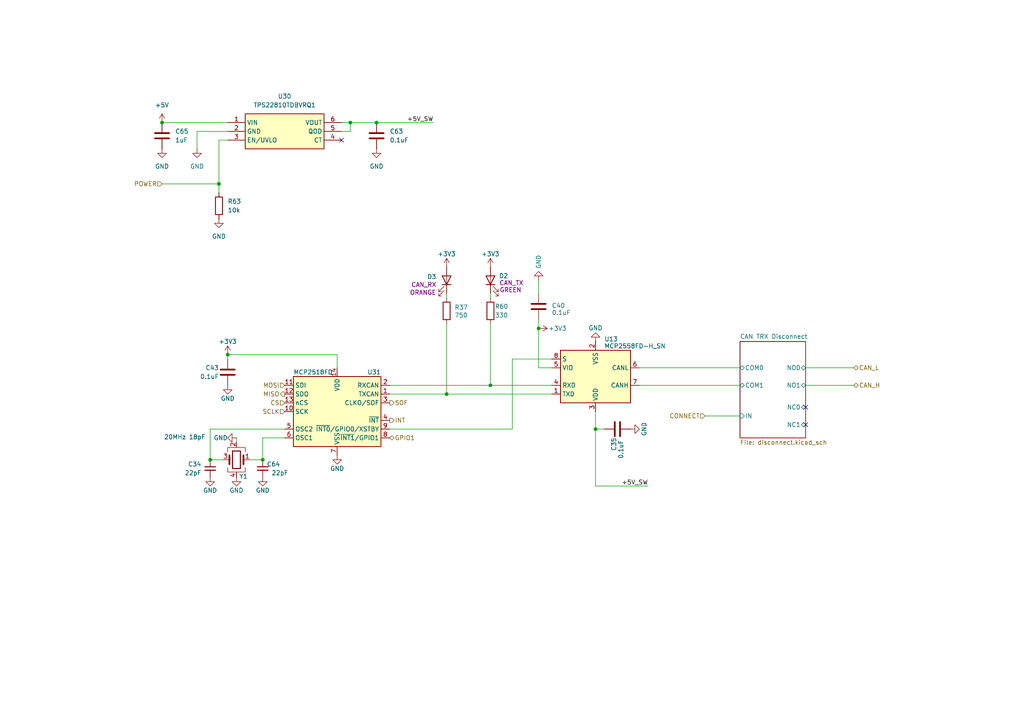
<source format=kicad_sch>
(kicad_sch (version 20250114) (generator "eeschema") (generator_version "9.0")
  (paper "A4")
  (title_block (title "Maritime Hacking Village") (date "2025") (rev "1") (company "DC33"))
  (lib_symbols
    (symbol "Library:C" (pin_numbers (hide yes)) (pin_names (offset 0.254))
      (property "Reference" "C" (at 0.635 2.54 0))
      (property "Value" "C" (at 0.635 -2.54 0))
      (symbol "C_0_1"
        (polyline (pts (xy -2.032 0.762) (xy 2.032 0.762)) (stroke (width 0.508)))
        (polyline (pts (xy -2.032 -0.762) (xy 2.032 -0.762)) (stroke (width 0.508)))
      )
      (symbol "C_1_1"
        (pin passive line (at 0 3.81 270) (length 2.794) (name "~") (number "1"))
        (pin passive line (at 0 -3.81 90) (length 2.794) (name "~") (number "2"))
      )
    )
    (symbol "Library:C_Small" (pin_numbers (hide yes)) (pin_names (offset 0.254) (hide yes))
      (property "Reference" "C" (at 0.254 1.778 0))
      (property "Value" "C_Small" (at 0.254 -2.032 0))
      (symbol "C_Small_0_1"
        (polyline (pts (xy -1.524 0.508) (xy 1.524 0.508)) (stroke (width 0.3048)))
        (polyline (pts (xy -1.524 -0.508) (xy 1.524 -0.508)) (stroke (width 0.3302)))
      )
      (symbol "C_Small_1_1"
        (pin passive line (at 0 2.54 270) (length 2.032) (name "~") (number "1"))
        (pin passive line (at 0 -2.54 90) (length 2.032) (name "~") (number "2"))
      )
    )
    (symbol "Library:Crystal_GND24" (pin_names (offset 1.016) (hide yes))
      (property "Reference" "Y" (at 3.175 5.08 0))
      (property "Value" "Crystal_GND24" (at 3.175 3.175 0))
      (symbol "Crystal_GND24_0_1"
        (polyline (pts (xy -2.54 2.286) (xy -2.54 3.556) (xy 2.54 3.556) (xy 2.54 2.286)))
        (polyline (pts (xy -2.54 0) (xy -2.032 0)))
        (polyline (pts (xy -2.54 -2.286) (xy -2.54 -3.556) (xy 2.54 -3.556) (xy 2.54 -2.286)))
        (polyline (pts (xy -2.032 -1.27) (xy -2.032 1.27)) (stroke (width 0.508)))
        (rectangle (start -1.143 2.54) (end 1.143 -2.54) (stroke (width 0.3048)))
        (polyline (pts (xy 0 3.556) (xy 0 3.81)))
        (polyline (pts (xy 0 -3.81) (xy 0 -3.556)))
        (polyline (pts (xy 2.032 0) (xy 2.54 0)))
        (polyline (pts (xy 2.032 -1.27) (xy 2.032 1.27)) (stroke (width 0.508)))
      )
      (symbol "Crystal_GND24_1_1"
        (pin passive line (at -3.81 0 0) (length 1.27) (name "1") (number "1"))
        (pin passive line (at 0 5.08 270) (length 1.27) (name "2") (number "2"))
        (pin passive line (at 0 -5.08 90) (length 1.27) (name "4") (number "4"))
        (pin passive line (at 3.81 0 180) (length 1.27) (name "3") (number "3"))
      )
    )
    (symbol "Library:LED" (pin_numbers (hide yes)) (pin_names (offset 1.016) (hide yes))
      (property "Reference" "D" (at 0 2.54 0))
      (property "Value" "LED" (at 0 -2.54 0))
      (symbol "LED_0_1"
        (polyline (pts (xy -3.048 -0.762) (xy -4.572 -2.286) (xy -3.81 -2.286) (xy -4.572 -2.286) (xy -4.572 -1.524)))
        (polyline (pts (xy -1.778 -0.762) (xy -3.302 -2.286) (xy -2.54 -2.286) (xy -3.302 -2.286) (xy -3.302 -1.524)))
        (polyline (pts (xy -1.27 0) (xy 1.27 0)))
        (polyline (pts (xy -1.27 -1.27) (xy -1.27 1.27)) (stroke (width 0.254)))
        (polyline (pts (xy 1.27 -1.27) (xy 1.27 1.27) (xy -1.27 0) (xy 1.27 -1.27)) (stroke (width 0.254)))
      )
      (symbol "LED_1_1"
        (pin passive line (at -3.81 0 0) (length 2.54) (name "K") (number "1"))
        (pin passive line (at 3.81 0 180) (length 2.54) (name "A") (number "2"))
      )
    )
    (symbol "Library:MCP2517FD-xJHA"
      (property "Reference" "U8" (at 12.7 11.43 0))
      (property "Value" "MCP2518FD" (at -1.27 11.43 0))
      (symbol "MCP2517FD-xJHA_0_1"
        (rectangle (start -12.7 10.16) (end 12.7 -10.16) (stroke (width 0.254)) (fill (type background)))
      )
      (symbol "MCP2517FD-xJHA_1_1"
        (pin input line (at -15.24 7.62 0) (length 2.54) (name "SDI") (number "11"))
        (pin output line (at -15.24 5.08 0) (length 2.54) (name "SDO") (number "12"))
        (pin input line (at -15.24 2.54 0) (length 2.54) (name "nCS") (number "13"))
        (pin input line (at -15.24 0 0) (length 2.54) (name "SCK") (number "10"))
        (pin output line (at -15.24 -5.08 0) (length 2.54) (name "OSC2") (number "5"))
        (pin input line (at -15.24 -7.62 0) (length 2.54) (name "OSC1") (number "6"))
        (pin power_in line (at 0 12.7 270) (length 2.54) (name "VDD") (number "14"))
        (pin power_in line (at 0 -12.7 90) (length 2.54) (name "VSS") (number "7"))
        (pin input line (at 15.24 7.62 180) (length 2.54) (name "RXCAN") (number "2"))
        (pin output line (at 15.24 5.08 180) (length 2.54) (name "TXCAN") (number "1"))
        (pin output line (at 15.24 2.54 180) (length 2.54) (name "CLKO/SOF") (number "3"))
        (pin output line (at 15.24 -2.54 180) (length 2.54) (name "~{INT}") (number "4"))
        (pin bidirectional line (at 15.24 -5.08 180) (length 2.54) (name "~{INT0}/GPIO0/XSTBY") (number "9"))
        (pin bidirectional line (at 15.24 -7.62 180) (length 2.54) (name "~{INT1}/GPIO1") (number "8"))
      )
    )
    (symbol "Library:MCP2558FD-H_SN"
      (symbol "MCP2558FD-H_SN_0_1"
        (rectangle (start 2.54 2.54) (end 22.86 -12.7) (stroke (width 0.254)) (fill (type background)))
      )
      (symbol "MCP2558FD-H_SN_1_1"
        (pin input line (at 0 0 0) (length 2.54) (name "TXD") (number "1"))
        (pin output line (at 0 -2.54 0) (length 2.54) (name "RXD") (number "4"))
        (pin power_in line (at 0 -7.62 0) (length 2.54) (name "VIO") (number "5"))
        (pin input line (at 0 -10.16 0) (length 2.54) (name "S") (number "8"))
        (pin power_in line (at 12.7 5.08 270) (length 2.54) (name "VDD") (number "3"))
        (pin power_in line (at 12.7 -15.24 90) (length 2.54) (name "VSS") (number "2"))
        (pin bidirectional line (at 25.4 -2.54 180) (length 2.54) (name "CANH") (number "7"))
        (pin bidirectional line (at 25.4 -7.62 180) (length 2.54) (name "CANL") (number "6"))
      )
    )
    (symbol "Library:R" (pin_numbers (hide yes)) (pin_names (offset 0))
      (property "Reference" "R" (at 2.032 0 90))
      (property "Value" "R" (at 0 0 90))
      (symbol "R_0_1"
        (rectangle (start -1.016 -2.54) (end 1.016 2.54) (stroke (width 0.254)))
      )
      (symbol "R_1_1"
        (pin passive line (at 0 3.81 270) (length 1.27) (name "~") (number "1"))
        (pin passive line (at 0 -3.81 90) (length 1.27) (name "~") (number "2"))
      )
    )
    (symbol "Library:TPS22810TDBVRQ1"
      (property "Reference" "U" (at 29.21 7.62 0))
      (property "Value" "TPS22810TDBVRQ1" (at 29.21 5.08 0))
      (symbol "TPS22810TDBVRQ1_1_1"
        (rectangle (start 5.08 2.54) (end 27.94 -7.62) (stroke (width 0.254)) (fill (type background)))
        (pin power_in line (at 0 0 0) (length 5.08) (name "VIN") (number "1"))
        (pin passive line (at 0 -2.54 0) (length 5.08) (name "GND") (number "2"))
        (pin passive line (at 0 -5.08 0) (length 5.08) (name "EN/UVLO") (number "3"))
        (pin power_out line (at 33.02 0 180) (length 5.08) (name "VOUT") (number "6"))
        (pin passive line (at 33.02 -2.54 180) (length 5.08) (name "QOD") (number "5"))
        (pin passive line (at 33.02 -5.08 180) (length 5.08) (name "CT") (number "4"))
      )
    )
    (symbol "power:+3V3" (power) (pin_numbers (hide yes)) (pin_names (offset 0) (hide yes))
      (property "Value" "+3V3" (at 0 3.556 0))
      (symbol "+3V3_0_1"
        (polyline (pts (xy -0.762 1.27) (xy 0 2.54)))
        (polyline (pts (xy 0 2.54) (xy 0.762 1.27)))
        (polyline (pts (xy 0 0) (xy 0 2.54)))
      )
      (symbol "+3V3_1_1"
        (pin power_in line (at 0 0 90) (length 0) (name "~") (number "1"))
      )
    )
    (symbol "power:+5V" (power) (pin_numbers (hide yes)) (pin_names (offset 0) (hide yes))
      (property "Value" "+5V" (at 0 3.556 0))
      (symbol "+5V_0_1"
        (polyline (pts (xy -0.762 1.27) (xy 0 2.54)))
        (polyline (pts (xy 0 2.54) (xy 0.762 1.27)))
        (polyline (pts (xy 0 0) (xy 0 2.54)))
      )
      (symbol "+5V_1_1"
        (pin power_in line (at 0 0 90) (length 0) (name "~") (number "1"))
      )
    )
    (symbol "power:GND" (power) (pin_numbers (hide yes)) (pin_names (offset 0) (hide yes))
      (property "Value" "GND" (at 0 -3.81 0))
      (symbol "GND_0_1"
        (polyline (pts (xy 0 0) (xy 0 -1.27) (xy 1.27 -1.27) (xy 0 -2.54) (xy -1.27 -1.27) (xy 0 -1.27)))
      )
      (symbol "GND_1_1"
        (pin power_in line (at 0 0 270) (length 0) (name "~") (number "1"))
      )
    )
  )
  (junction (at 63.5 53.34))
  (junction (at 76.2 133.35))
  (junction (at 66.04 102.87))
  (junction (at 101.6 35.56))
  (junction (at 109.22 35.56))
  (junction (at 60.96 133.35))
  (junction (at 172.72 124.46))
  (junction (at 46.99 35.56))
  (junction (at 156.21 95.25))
  (junction (at 129.54 114.3))
  (junction (at 142.24 111.76))
  (no_connect (at 233.68 118.11))
  (no_connect (at 233.68 123.19))
  (no_connect (at 99.06 40.64))
  (wire (pts (xy 76.2 127) (xy 82.55 127)))
  (wire (pts (xy 76.2 127) (xy 76.2 133.35)))
  (wire (pts (xy 46.99 53.34) (xy 63.5 53.34)))
  (wire (pts (xy 156.21 92.71) (xy 156.21 95.25)))
  (wire (pts (xy 185.42 106.68) (xy 214.63 106.68)))
  (wire (pts (xy 129.54 93.98) (xy 129.54 114.3)))
  (wire (pts (xy 46.99 35.56) (xy 66.04 35.56)))
  (wire (pts (xy 63.5 40.64) (xy 63.5 53.34)))
  (wire (pts (xy 57.15 38.1) (xy 57.15 43.18)))
  (wire (pts (xy 142.24 93.98) (xy 142.24 111.76)))
  (wire (pts (xy 64.77 133.35) (xy 60.96 133.35)))
  (wire (pts (xy 156.21 95.25) (xy 156.21 106.68)))
  (wire (pts (xy 99.06 38.1) (xy 101.6 38.1)))
  (wire (pts (xy 204.47 120.65) (xy 214.63 120.65)))
  (wire (pts (xy 156.21 81.28) (xy 156.21 85.09)))
  (wire (pts (xy 66.04 104.14) (xy 66.04 102.87)))
  (wire (pts (xy 97.79 102.87) (xy 97.79 106.68)))
  (wire (pts (xy 60.96 124.46) (xy 60.96 133.35)))
  (wire (pts (xy 82.55 124.46) (xy 60.96 124.46)))
  (wire (pts (xy 172.72 124.46) (xy 172.72 119.38)))
  (wire (pts (xy 185.42 111.76) (xy 214.63 111.76)))
  (wire (pts (xy 101.6 38.1) (xy 101.6 35.56)))
  (wire (pts (xy 63.5 40.64) (xy 66.04 40.64)))
  (wire (pts (xy 66.04 38.1) (xy 57.15 38.1)))
  (wire (pts (xy 101.6 35.56) (xy 109.22 35.56)))
  (wire (pts (xy 233.68 106.68) (xy 247.65 106.68)))
  (wire (pts (xy 233.68 111.76) (xy 247.65 111.76)))
  (wire (pts (xy 148.59 104.14) (xy 160.02 104.14)))
  (wire (pts (xy 129.54 114.3) (xy 160.02 114.3)))
  (wire (pts (xy 68.58 127) (xy 68.58 128.27)))
  (wire (pts (xy 172.72 140.97) (xy 187.96 140.97)))
  (wire (pts (xy 113.03 111.76) (xy 142.24 111.76)))
  (wire (pts (xy 156.21 106.68) (xy 160.02 106.68)))
  (wire (pts (xy 66.04 102.87) (xy 97.79 102.87)))
  (wire (pts (xy 63.5 53.34) (xy 63.5 55.88)))
  (wire (pts (xy 175.26 124.46) (xy 172.72 124.46)))
  (wire (pts (xy 113.03 114.3) (xy 129.54 114.3)))
  (wire (pts (xy 172.72 124.46) (xy 172.72 140.97)))
  (wire (pts (xy 129.54 85.09) (xy 129.54 86.36)))
  (wire (pts (xy 142.24 111.76) (xy 160.02 111.76)))
  (wire (pts (xy 148.59 104.14) (xy 148.59 124.46)))
  (wire (pts (xy 142.24 85.09) (xy 142.24 86.36)))
  (wire (pts (xy 76.2 133.35) (xy 72.39 133.35)))
  (wire (pts (xy 109.22 35.56) (xy 125.73 35.56)))
  (wire (pts (xy 99.06 35.56) (xy 101.6 35.56)))
  (wire (pts (xy 148.59 124.46) (xy 113.03 124.46)))
  (label "+5V_SW" (at 125.73 35.56 180))
  (label "+5V_SW" (at 187.96 140.97 180))
  (hierarchical_label "GPIO1" (shape tri_state) (at 113.03 127 0))
  (hierarchical_label "POWER" (shape input) (at 46.99 53.34 180))
  (hierarchical_label "INT" (shape output) (at 113.03 121.92 0))
  (hierarchical_label "CAN_L" (shape bidirectional) (at 247.65 106.68 0))
  (hierarchical_label "SCLK" (shape input) (at 82.55 119.38 180))
  (hierarchical_label "MISO" (shape output) (at 82.55 114.3 180))
  (hierarchical_label "MOSI" (shape input) (at 82.55 111.76 180))
  (hierarchical_label "SOF" (shape output) (at 113.03 116.84 0))
  (hierarchical_label "CAN_H" (shape bidirectional) (at 247.65 111.76 0))
  (hierarchical_label "CONNECT" (shape input) (at 204.47 120.65 180))
  (hierarchical_label "CS" (shape input) (at 82.55 116.84 180))
  (symbol (lib_id "Library:C") (at 156.21 88.9 0) (mirror y) (unit 1)
    (property "Reference" "C40" (at 160.02 88.646 0) (effects (justify right)))
    (property "Value" "0.1uF" (at 160.02 90.678 0) (effects (justify right)))
    (property "Footprint" "Capacitor_SMD:C_0603_1608Metric" (effects (hide yes)))
    (property "Datasheet" "https://datasheets.kyocera-avx.com/KGM_X7R.pdf" (effects (hide yes)))
    (property "Description" "CAP CER 0.1UF 25V X7R 0603" (effects (hide yes)))
    (property "Manufacturer" "KYOCERA AVX" (effects (hide yes)))
    (property "Package" "0603" (effects (hide yes)))
    (property "Manufacturer Part Number" "KGM15BR71E104KT" (effects (hide yes)))
  )
  (symbol (lib_id "power:GND") (at 60.96 138.43 0) (mirror y) (unit 1)
    (property "Reference" "#PWR093" (effects (hide yes)))
    (property "Value" "GND" (at 60.96 142.24 0))
  )
  (symbol (lib_id "Library:R") (at 142.24 90.17 0) (unit 1)
    (property "Reference" "R60" (at 143.51 88.9 0) (effects (justify left)))
    (property "Value" "330" (at 143.51 91.44 0) (effects (justify left)))
    (property "Footprint" "Resistor_SMD:R_0603_1608Metric" (effects (hide yes)))
    (property "Datasheet" "https://industrial.panasonic.com/cdbs/www-data/pdf/RDA0000/AOA0000C304.pdf" (effects (hide yes)))
    (property "Description" "RES SMD 330 OHM 1% 1/10W 0603" (effects (hide yes)))
    (property "Manufacturer" "Panasonic Electronic Components" (effects (hide yes)))
    (property "Tolerance" "1%" (effects (hide yes)))
    (property "Manufacturer Part Number" "ERJ-3EKF3300V" (effects (hide yes)))
  )
  (symbol (lib_id "Library:C") (at 66.04 107.95 0) (mirror y) (unit 1)
    (property "Reference" "C43" (at 63.5 106.68 0) (effects (justify left)))
    (property "Value" "0.1uF" (at 63.5 109.22 0) (effects (justify left)))
    (property "Footprint" "Capacitor_SMD:C_0603_1608Metric" (effects (hide yes)))
    (property "Datasheet" "https://datasheets.kyocera-avx.com/KGM_X7R.pdf" (effects (hide yes)))
    (property "Description" "CAP CER 0.1UF 25V X7R 0603" (effects (hide yes)))
    (property "Manufacturer" "KYOCERA AVX" (effects (hide yes)))
    (property "Package" "0603" (effects (hide yes)))
    (property "Manufacturer Part Number" "KGM15BR71E104KT" (effects (hide yes)))
  )
  (symbol (lib_id "Library:C") (at 109.22 39.37 0) (unit 1)
    (property "Reference" "C63" (at 113.03 38.0999 0) (effects (justify left)))
    (property "Value" "0.1uF" (at 113.03 40.6399 0) (effects (justify left)))
    (property "Footprint" "Capacitor_SMD:C_0603_1608Metric" (effects (hide yes)))
    (property "Datasheet" "https://datasheets.kyocera-avx.com/KGM_X7R.pdf" (effects (hide yes)))
    (property "Description" "CAP CER 0.1UF 25V X7R 0603" (effects (hide yes)))
    (property "Manufacturer" "KYOCERA AVX" (effects (hide yes)))
    (property "Package" "0603" (effects (hide yes)))
    (property "Manufacturer Part Number" "KGM15BR71E104KT" (effects (hide yes)))
  )
  (symbol (lib_id "power:+3V3") (at 129.54 77.47 0) (unit 1)
    (property "Reference" "#PWR0100" (effects (hide yes)))
    (property "Value" "+3V3" (at 129.54 73.66 0))
  )
  (symbol (lib_id "Library:MCP2517FD-xJHA") (at 97.79 119.38 0) (unit 1)
    (property "Reference" "U31" (at 110.49 107.95 0) (effects (justify right)))
    (property "Value" "MCP2518FD" (at 96.52 107.95 0) (effects (justify right)))
    (property "Footprint" "Package_SO:SOIC-14_3.9x8.7mm_P1.27mm" (effects (hide yes)))
    (property "Datasheet" "https://ww1.microchip.com/downloads/en/DeviceDoc/External-CAN-FD-Controller-with-SPI-Interface-DS20006027B.pdf" (effects (hide yes)))
    (property "Description" "IC CAN CONTROLLER SPI 14SOIC" (effects (hide yes)))
    (property "Manufacturer" "Microchip Technology" (effects (hide yes)))
    (property "Manufacturer Part Number" "MCP2518FDT-E/SL" (effects (hide yes)))
  )
  (symbol (lib_id "power:GND") (at 63.5 63.5 0) (unit 1)
    (property "Reference" "#PWR0217" (effects (hide yes)))
    (property "Value" "GND" (at 63.5 68.58 0))
    (property "Description" "Power symbol creates a global label with name \"GND\" , ground" (effects (hide yes)))
  )
  (symbol (lib_id "Library:Crystal_GND24") (at 68.58 133.35 0) (mirror y) (unit 1)
    (property "Reference" "Y1" (at 70.612 138.176 0))
    (property "Value" "20MHz 18pF" (at 53.594 126.746 0))
    (property "Footprint" "Crystal:Crystal_SMD_3225-4Pin_3.2x2.5mm" (effects (hide yes)))
    (property "Datasheet" "https://eu.mouser.com/datasheet/2/122/ecx_32-6206.pdf" (effects (hide yes)))
    (property "Description" "CRYSTAL 20.0000MHZ 18PF SMD" (effects (hide yes)))
    (property "Manufacturer" "ECS Inc." (effects (hide yes)))
    (property "Manufacturer Part Number" "ECS-200-18-33-JGN-TR " (effects (hide yes)))
  )
  (symbol (lib_id "Library:LED") (at 129.54 81.28 270) (mirror x) (unit 1)
    (property "Reference" "D3" (at 125.222 80.264 90))
    (property "Value" "1.8V/2MA ORANGE" (effects (hide yes)))
    (property "Footprint" "LED_SMD:LED_0603_1608Metric" (effects (hide yes)))
    (property "Datasheet" "https://www.kingbrightusa.com/images/catalog/SPEC/APT1608LSECK-J4-PRV.pdf" (effects (hide yes)))
    (property "Description" "LED ORANGE CLEAR 2SMD" (effects (hide yes)))
    (property "Label" "CAN_RX" (at 122.936 82.55 90))
    (property "Package" "0603" (effects (hide yes)))
    (property "Manufacturer" "Kingbright" (effects (hide yes)))
    (property "Manufacturer Part Number" "APT1608LSECK/J4-PRV" (effects (hide yes)))
    (property "Color" "ORANGE" (at 122.682 84.836 90))
  )
  (symbol (lib_id "Library:C_Small") (at 76.2 135.89 0) (mirror y) (unit 1)
    (property "Reference" "C64" (at 81.28 134.62 0) (effects (justify left)))
    (property "Value" "22pF" (at 78.74 137.16 0) (effects (justify right)))
    (property "Footprint" "Capacitor_SMD:C_0603_1608Metric" (effects (hide yes)))
    (property "Datasheet" "https://www.yageo.com/en/Chart/Download/pdf/CC0603JPNPO9BN220" (effects (hide yes)))
    (property "Description" "CAP CER 22PF 50V C0G/NPO 0603" (effects (hide yes)))
    (property "Manufacturer" "Yageo" (effects (hide yes)))
    (property "Package" "0603" (effects (hide yes)))
    (property "Manufacturer Part Number" "CC0603JPNPO9BN220" (effects (hide yes)))
  )
  (symbol (lib_id "power:GND") (at 66.04 111.76 0) (mirror y) (unit 1)
    (property "Reference" "#PWR095" (effects (hide yes)))
    (property "Value" "GND" (at 66.04 115.57 0))
  )
  (symbol (lib_id "power:+3V3") (at 66.04 102.87 0) (mirror y) (unit 1)
    (property "Reference" "#PWR094" (effects (hide yes)))
    (property "Value" "+3V3" (at 66.04 99.06 0))
  )
  (symbol (lib_id "power:GND") (at 182.88 124.46 90) (unit 1)
    (property "Reference" "#PWR0106" (effects (hide yes)))
    (property "Value" "GND" (at 186.817 124.46 0))
  )
  (symbol (lib_id "Library:R") (at 129.54 90.17 0) (unit 1)
    (property "Reference" "R37" (at 131.826 89.154 0) (effects (justify left)))
    (property "Value" "750" (at 131.826 91.44 0) (effects (justify left)))
    (property "Footprint" "Resistor_SMD:R_0603_1608Metric" (effects (hide yes)))
    (property "Datasheet" "https://industrial.panasonic.com/cdbs/www-data/pdf/RDA0000/AOA0000C304.pdf" (effects (hide yes)))
    (property "Description" "RES SMD 750 OHM 1% 1/10W 0603" (effects (hide yes)))
    (property "Manufacturer" "Panasonic Electronic Components" (effects (hide yes)))
    (property "Tolerance" "1%" (effects (hide yes)))
    (property "Manufacturer Part Number" "ERJ-3EKF7500V" (effects (hide yes)))
  )
  (symbol (lib_id "power:GND") (at 172.72 99.06 0) (mirror x) (unit 1)
    (property "Reference" "#PWR0104" (effects (hide yes)))
    (property "Value" "GND" (at 172.72 95.123 0))
  )
  (symbol (lib_id "Library:C_Small") (at 60.96 135.89 0) (mirror y) (unit 1)
    (property "Reference" "C34" (at 58.42 134.6262 0) (effects (justify left)))
    (property "Value" "22pF" (at 58.42 137.1662 0) (effects (justify left)))
    (property "Footprint" "Capacitor_SMD:C_0603_1608Metric" (effects (hide yes)))
    (property "Datasheet" "https://www.yageo.com/en/Chart/Download/pdf/CC0603JPNPO9BN220" (effects (hide yes)))
    (property "Description" "CAP CER 22PF 50V C0G/NPO 0603" (effects (hide yes)))
    (property "Manufacturer" "Yageo" (effects (hide yes)))
    (property "Package" "0603" (effects (hide yes)))
    (property "Manufacturer Part Number" "CC0603JPNPO9BN220" (effects (hide yes)))
  )
  (symbol (lib_id "power:GND") (at 97.79 132.08 0) (mirror y) (unit 1)
    (property "Reference" "#PWR099" (effects (hide yes)))
    (property "Value" "GND" (at 97.79 135.89 0))
  )
  (symbol (lib_id "power:+5V") (at 46.99 35.56 0) (unit 1)
    (property "Reference" "#PWR0205" (effects (hide yes)))
    (property "Value" "+5V" (at 46.99 30.48 0))
    (property "Description" "Power symbol creates a global label with name \"+5V\"" (effects (hide yes)))
  )
  (symbol (lib_id "Library:C") (at 179.07 124.46 90) (unit 1)
    (property "Reference" "C35" (at 178.054 130.81 0) (effects (justify left)))
    (property "Value" "0.1uF" (at 180.086 133.096 0) (effects (justify left)))
    (property "Footprint" "Capacitor_SMD:C_0603_1608Metric" (effects (hide yes)))
    (property "Datasheet" "https://datasheets.kyocera-avx.com/KGM_X7R.pdf" (effects (hide yes)))
    (property "Description" "CAP CER 0.1UF 25V X7R 0603" (effects (hide yes)))
    (property "Manufacturer" "KYOCERA AVX" (effects (hide yes)))
    (property "Package" "0603" (effects (hide yes)))
    (property "Manufacturer Part Number" "KGM15BR71E104KT" (effects (hide yes)))
  )
  (symbol (lib_id "Library:C") (at 46.99 39.37 0) (unit 1)
    (property "Reference" "C65" (at 50.8 38.0999 0) (effects (justify left)))
    (property "Value" "1uF" (at 50.8 40.6399 0) (effects (justify left)))
    (property "Footprint" "Capacitor_SMD:C_0603_1608Metric" (effects (hide yes)))
    (property "Datasheet" "https://www.yageo.com/upload/media/product/productsearch/datasheet/mlcc/UPY-GPHC_X7R_6.3V-to-250V_24.pdf" (effects (hide yes)))
    (property "Description" "CAP CER 1UF 50V X7R 0603" (effects (hide yes)))
    (property "Manufacturer" "Yageo" (effects (hide yes)))
    (property "Package" "0603" (effects (hide yes)))
    (property "Manufacturer Part Number" "CC0603KRX7R9BB105" (effects (hide yes)))
  )
  (symbol (lib_id "power:+3V3") (at 142.24 77.47 0) (unit 1)
    (property "Reference" "#PWR0101" (effects (hide yes)))
    (property "Value" "+3V3" (at 142.24 73.66 0))
  )
  (symbol (lib_id "power:+3V3") (at 156.21 95.25 270) (mirror x) (unit 1)
    (property "Reference" "#PWR0103" (effects (hide yes)))
    (property "Value" "+3V3" (at 164.338 95.25 90) (effects (justify right)))
  )
  (symbol (lib_id "power:GND") (at 156.21 81.28 0) (mirror x) (unit 1)
    (property "Reference" "#PWR0102" (effects (hide yes)))
    (property "Value" "GND" (at 156.21 75.946 90))
  )
  (symbol (lib_id "power:GND") (at 109.22 43.18 0) (unit 1)
    (property "Reference" "#PWR0140" (effects (hide yes)))
    (property "Value" "GND" (at 109.22 48.26 0))
    (property "Description" "Power symbol creates a global label with name \"GND\" , ground" (effects (hide yes)))
  )
  (symbol (lib_id "Library:LED") (at 142.24 81.28 90) (unit 1)
    (property "Reference" "D2" (at 146.05 80.01 90))
    (property "Value" "2.64V/2MA GREEN" (effects (hide yes)))
    (property "Footprint" "LED_SMD:LED_0603_1608Metric" (effects (hide yes)))
    (property "Datasheet" "https://www.kingbrightusa.com/images/catalog/SPEC/APT1608LZGCK.pdf" (effects (hide yes)))
    (property "Description" "LED GREEN CLEAR 2SMD" (effects (hide yes)))
    (property "Label" "CAN_TX" (at 148.336 82.042 90))
    (property "Package" "0603" (effects (hide yes)))
    (property "Manufacturer" "Kingbright" (effects (hide yes)))
    (property "Manufacturer Part Number" "APT1608LZGCK" (effects (hide yes)))
    (property "Color" "GREEN" (at 148.082 84.074 90))
  )
  (symbol (lib_id "power:GND") (at 68.58 127 270) (mirror x) (unit 1)
    (property "Reference" "#PWR096" (effects (hide yes)))
    (property "Value" "GND" (at 64.008 127 90))
  )
  (symbol (lib_id "Library:MCP2558FD-H_SN") (at 160.02 114.3 0) (mirror x) (unit 1)
    (property "Reference" "U13" (at 175.26 99.06 0) (effects (justify left top)))
    (property "Value" "MCP2558FD-H_SN" (at 175.26 101.092 0) (effects (justify left top)))
    (property "Footprint" "Library:SOIC127P600X175-8N" (effects (hide yes)))
    (property "Datasheet" "https://ww1.microchip.com/downloads/en/DeviceDoc/20005533A.pdf" (effects (hide yes)))
    (property "Description" "IC TRANSCEIVER 1/1 8DFN" (effects (hide yes)))
    (property "Height" "1.75" (effects (hide yes)))
    (property "Manufacturer" "Microchip" (effects (hide yes)))
    (property "Manufacturer Part Number" "MCP2558FD-H/SN" (effects (hide yes)))
  )
  (symbol (lib_id "power:GND") (at 76.2 138.43 0) (mirror y) (unit 1)
    (property "Reference" "#PWR098" (effects (hide yes)))
    (property "Value" "GND" (at 76.2 142.24 0))
  )
  (symbol (lib_id "power:GND") (at 57.15 43.18 0) (unit 1)
    (property "Reference" "#PWR0216" (effects (hide yes)))
    (property "Value" "GND" (at 57.15 48.26 0))
    (property "Description" "Power symbol creates a global label with name \"GND\" , ground" (effects (hide yes)))
  )
  (symbol (lib_id "power:GND") (at 68.58 138.43 0) (mirror y) (unit 1)
    (property "Reference" "#PWR097" (effects (hide yes)))
    (property "Value" "GND" (at 68.58 142.24 0))
  )
  (symbol (lib_id "power:GND") (at 46.99 43.18 0) (unit 1)
    (property "Reference" "#PWR0124" (effects (hide yes)))
    (property "Value" "GND" (at 46.99 48.26 0))
    (property "Description" "Power symbol creates a global label with name \"GND\" , ground" (effects (hide yes)))
  )
  (symbol (lib_id "Library:R") (at 63.5 59.69 180) (unit 1)
    (property "Reference" "R63" (at 66.04 58.4199 0) (effects (justify right)))
    (property "Value" "10k" (at 66.04 60.9599 0) (effects (justify right)))
    (property "Footprint" "Resistor_SMD:R_0603_1608Metric" (effects (hide yes)))
    (property "Datasheet" "https://www.te.com/commerce/DocumentDelivery/DDEController?Action=srchrtrv&DocNm=1773204&DocType=DS&DocLang=English" (effects (hide yes)))
    (property "Description" "RES SMD 10K OHM 1% 1/10W 0603" (effects (hide yes)))
    (property "Tolerance" "1%" (effects (hide yes)))
    (property "Manufacturer" "TE Connectivity Passive Product" (effects (hide yes)))
    (property "Manufacturer Part Number" "CRG0603F10K" (effects (hide yes)))
  )
  (symbol (lib_id "Library:TPS22810TDBVRQ1") (at 66.04 35.56 0) (unit 1)
    (property "Reference" "U30" (at 82.55 27.94 0))
    (property "Value" "TPS22810TDBVRQ1" (at 82.55 30.48 0))
    (property "Footprint" "Library:SOT95P280X145-6N" (effects (hide yes)))
    (property "Datasheet" "http://www.ti.com/lit/gpn/tps22810-q1" (effects (hide yes)))
    (property "Description" "IC PWR SWITCH N-CHAN 1:1 SOT23-6" (effects (hide yes)))
    (property "Height" "1.45" (effects (hide yes)))
    (property "Manufacturer" "Texas Instruments" (at 95.25 730.48 0) (effects (justify left top)))
    (property "Manufacturer Part Number" "TPS22810TDBVRQ1" (at 95.25 830.48 0) (effects (justify left top)))
  )
  (sheet (at 214.63 99.06) (size 19.05 27.94) (stroke (width 0.1524))
    (property "Sheetname" "CAN TRX Disconnect" (at 214.63 98.3484 0) (effects (justify left bottom)))
    (property "Sheetfile" "disconnect.kicad_sch" (at 214.63 127.5846 0) (effects (justify left top)))
    (pin "COM0" bidirectional (at 214.63 106.68 180))
    (pin "COM1" bidirectional (at 214.63 111.76 180))
    (pin "IN" input (at 214.63 120.65 180))
    (pin "NO0" bidirectional (at 233.68 106.68 0))
    (pin "NO1" bidirectional (at 233.68 111.76 0))
    (pin "NC0" bidirectional (at 233.68 118.11 0))
    (pin "NC1" bidirectional (at 233.68 123.19 0))
  )
)
</source>
